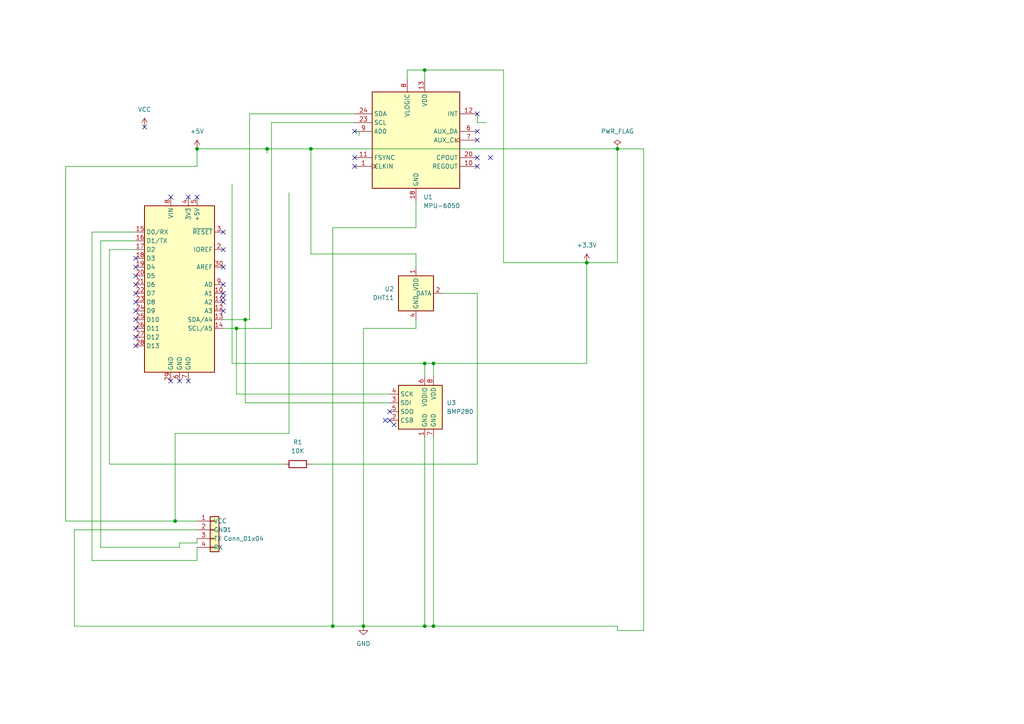
<source format=kicad_sch>
(kicad_sch (version 20250114) (generator "eeschema") (generator_version "9.0")
  (paper "A4")
  (title_block (title "IEEE TASK(Prajeet Varma Mudunuri)") (date "2025-12-19"))
  (lib_symbols
    (symbol "Connector_Generic:Conn_01x04" (pin_names (offset 1.016))
      (property "Reference" "J1" (at 2.54 0.0001 0))
      (property "Value" "Conn_01x04" (at 2.54 -2.5399 0))
      (symbol "Conn_01x04_1_1"
        (rectangle (start -1.27 3.81) (end 1.27 -6.35) (stroke (width 0.254)) (fill (type background)))
        (rectangle (start -1.27 2.667) (end 0 2.413) (stroke (width 0.1524)))
        (rectangle (start -1.27 0.127) (end 0 -0.127) (stroke (width 0.1524)))
        (rectangle (start -1.27 -2.413) (end 0 -2.667) (stroke (width 0.1524)))
        (rectangle (start -1.27 -4.953) (end 0 -5.207) (stroke (width 0.1524)))
        (pin passive line (at -5.08 2.54 0) (length 3.81) (name "VCC") (number "1"))
        (pin passive line (at -5.08 0 0) (length 3.81) (name "GND") (number "2"))
        (pin passive line (at -5.08 -2.54 0) (length 3.81) (name "TX") (number "3"))
        (pin passive line (at -5.08 -5.08 0) (length 3.81) (name "RX") (number "4"))
      )
    )
    (symbol "Device:R" (pin_numbers (hide yes)) (pin_names (offset 0))
      (property "Reference" "R1" (at -6.35 0 90))
      (property "Value" "10K" (at -3.81 0 90))
      (symbol "R_0_1"
        (rectangle (start -1.016 -2.54) (end 1.016 2.54) (stroke (width 0.254)))
      )
      (symbol "R_1_1"
        (pin passive line (at 0 3.81 270) (length 1.27) (name "~") (number "1"))
        (pin passive line (at 0 -3.81 90) (length 1.27) (name "~") (number "2"))
      )
    )
    (symbol "MCU_Module:Arduino_UNO_R2"
      (property "Reference" "A" (at -10.16 23.495 0))
      (property "Value" "Arduino_UNO_R2" (at 5.08 -26.67 0))
      (symbol "Arduino_UNO_R2_0_1"
        (rectangle (start -10.16 22.86) (end 10.16 -25.4) (stroke (width 0.254)) (fill (type background)))
      )
      (symbol "Arduino_UNO_R2_1_1"
        (pin bidirectional line (at -12.7 15.24 0) (length 2.54) (name "D0/RX") (number "15"))
        (pin bidirectional line (at -12.7 12.7 0) (length 2.54) (name "D1/TX") (number "16"))
        (pin bidirectional line (at -12.7 10.16 0) (length 2.54) (name "D2") (number "17"))
        (pin bidirectional line (at -12.7 7.62 0) (length 2.54) (name "D3") (number "18"))
        (pin bidirectional line (at -12.7 5.08 0) (length 2.54) (name "D4") (number "19"))
        (pin bidirectional line (at -12.7 2.54 0) (length 2.54) (name "D5") (number "20"))
        (pin bidirectional line (at -12.7 0 0) (length 2.54) (name "D6") (number "21"))
        (pin bidirectional line (at -12.7 -2.54 0) (length 2.54) (name "D7") (number "22"))
        (pin bidirectional line (at -12.7 -5.08 0) (length 2.54) (name "D8") (number "23"))
        (pin bidirectional line (at -12.7 -7.62 0) (length 2.54) (name "D9") (number "24"))
        (pin bidirectional line (at -12.7 -10.16 0) (length 2.54) (name "D10") (number "25"))
        (pin bidirectional line (at -12.7 -12.7 0) (length 2.54) (name "D11") (number "26"))
        (pin bidirectional line (at -12.7 -15.24 0) (length 2.54) (name "D12") (number "27"))
        (pin bidirectional line (at -12.7 -17.78 0) (length 2.54) (name "D13") (number "28"))
        (pin no_connect line (at -10.16 -20.32 0) (length 2.54) (hide yes) (name "NC") (number "1"))
        (pin power_in line (at -2.54 25.4 270) (length 2.54) (name "VIN") (number "8"))
        (pin power_in line (at -2.54 -27.94 90) (length 2.54) (name "GND") (number "29"))
        (pin power_in line (at 0 -27.94 90) (length 2.54) (name "GND") (number "6"))
        (pin power_out line (at 2.54 25.4 270) (length 2.54) (name "3V3") (number "4"))
        (pin power_in line (at 2.54 -27.94 90) (length 2.54) (name "GND") (number "7"))
        (pin power_out line (at 5.08 25.4 270) (length 2.54) (name "+5V") (number "5"))
        (pin input line (at 12.7 15.24 180) (length 2.54) (name "~{RESET}") (number "3"))
        (pin output line (at 12.7 10.16 180) (length 2.54) (name "IOREF") (number "2"))
        (pin input line (at 12.7 5.08 180) (length 2.54) (name "AREF") (number "30"))
        (pin bidirectional line (at 12.7 0 180) (length 2.54) (name "A0") (number "9"))
        (pin bidirectional line (at 12.7 -2.54 180) (length 2.54) (name "A1") (number "10"))
        (pin bidirectional line (at 12.7 -5.08 180) (length 2.54) (name "A2") (number "11"))
        (pin bidirectional line (at 12.7 -7.62 180) (length 2.54) (name "A3") (number "12"))
        (pin bidirectional line (at 12.7 -10.16 180) (length 2.54) (name "SDA/A4") (number "13"))
        (pin bidirectional line (at 12.7 -12.7 180) (length 2.54) (name "SCL/A5") (number "14"))
      )
    )
    (symbol "Sensor:DHT11"
      (property "Reference" "U" (at -3.81 6.35 0))
      (property "Value" "DHT11" (at 3.81 6.35 0))
      (symbol "DHT11_0_1"
        (rectangle (start -5.08 5.08) (end 5.08 -5.08) (stroke (width 0.254)) (fill (type background)))
      )
      (symbol "DHT11_1_1"
        (pin no_connect line (at -5.08 0 0) (length 2.54) (hide yes) (name "NC") (number "3"))
        (pin power_in line (at 0 7.62 270) (length 2.54) (name "VDD") (number "1"))
        (pin power_in line (at 0 -7.62 90) (length 2.54) (name "GND") (number "4"))
        (pin bidirectional line (at 7.62 0 180) (length 2.54) (name "DATA") (number "2"))
      )
    )
    (symbol "Sensor_Motion:MPU-6050"
      (property "Reference" "U" (at -11.43 13.97 0))
      (property "Value" "MPU-6050" (at 7.62 -15.24 0))
      (symbol "MPU-6050_0_1"
        (rectangle (start -12.7 13.97) (end 12.7 -13.97) (stroke (width 0.254)) (fill (type background)))
      )
      (symbol "MPU-6050_1_1"
        (pin bidirectional line (at -17.78 7.62 0) (length 5.08) (name "SDA") (number "24"))
        (pin input line (at -17.78 5.08 0) (length 5.08) (name "SCL") (number "23"))
        (pin input line (at -17.78 2.54 0) (length 5.08) (name "AD0") (number "9"))
        (pin input line (at -17.78 -5.08 0) (length 5.08) (name "FSYNC") (number "11"))
        (pin input clock (at -17.78 -7.62 0) (length 5.08) (name "CLKIN") (number "1"))
        (pin no_connect line (at -12.7 12.7 0) (length 2.54) (hide yes) (name "NC") (number "2"))
        (pin no_connect line (at -12.7 10.16 0) (length 2.54) (hide yes) (name "NC") (number "3"))
        (pin no_connect line (at -12.7 0 0) (length 2.54) (hide yes) (name "NC") (number "4"))
        (pin no_connect line (at -12.7 -2.54 0) (length 2.54) (hide yes) (name "NC") (number "5"))
        (pin no_connect line (at -12.7 -10.16 0) (length 2.54) (hide yes) (name "NC") (number "14"))
        (pin power_in line (at -2.54 17.78 270) (length 3.81) (name "VLOGIC") (number "8"))
        (pin power_in line (at 0 -17.78 90) (length 3.81) (name "GND") (number "18"))
        (pin power_in line (at 2.54 17.78 270) (length 3.81) (name "VDD") (number "13"))
        (pin no_connect line (at 12.7 12.7 180) (length 2.54) (hide yes) (name "NC") (number "15"))
        (pin no_connect line (at 12.7 10.16 180) (length 2.54) (hide yes) (name "NC") (number "16"))
        (pin no_connect line (at 12.7 5.08 180) (length 2.54) (hide yes) (name "NC") (number "17"))
        (pin no_connect line (at 12.7 -2.54 180) (length 2.54) (hide yes) (name "RESV") (number "21"))
        (pin no_connect line (at 12.7 -10.16 180) (length 2.54) (hide yes) (name "RESV") (number "19"))
        (pin no_connect line (at 12.7 -12.7 180) (length 2.54) (hide yes) (name "RESV") (number "22"))
        (pin output line (at 17.78 7.62 180) (length 5.08) (name "INT") (number "12"))
        (pin bidirectional line (at 17.78 2.54 180) (length 5.08) (name "AUX_DA") (number "6"))
        (pin output clock (at 17.78 0 180) (length 5.08) (name "AUX_CL") (number "7"))
        (pin passive line (at 17.78 -5.08 180) (length 5.08) (name "CPOUT") (number "20"))
        (pin passive line (at 17.78 -7.62 180) (length 5.08) (name "REGOUT") (number "10"))
      )
    )
    (symbol "Sensor_Pressure:BMP280"
      (property "Reference" "U" (at -7.62 10.16 0))
      (property "Value" "BMP280" (at 5.08 10.16 0))
      (symbol "BMP280_0_1"
        (rectangle (start -7.62 -5.08) (end 5.08 7.62) (stroke (width 0.254)) (fill (type background)))
      )
      (symbol "BMP280_1_1"
        (pin input line (at -10.16 5.08 0) (length 2.54) (name "SCK") (number "4"))
        (pin bidirectional line (at -10.16 2.54 0) (length 2.54) (name "SDI") (number "3"))
        (pin bidirectional line (at -10.16 0 0) (length 2.54) (name "SDO") (number "5"))
        (pin input line (at -10.16 -2.54 0) (length 2.54) (name "CSB") (number "2"))
        (pin power_in line (at 0 10.16 270) (length 2.54) (name "VDDIO") (number "6"))
        (pin power_in line (at 0 -7.62 90) (length 2.54) (name "GND") (number "1"))
        (pin power_in line (at 2.54 10.16 270) (length 2.54) (name "VDD") (number "8"))
        (pin power_in line (at 2.54 -7.62 90) (length 2.54) (name "GND") (number "7"))
      )
    )
    (symbol "power:+3.3V" (power) (pin_numbers (hide yes)) (pin_names (offset 0) (hide yes))
      (property "Value" "+3.3V" (at 0 3.556 0))
      (symbol "+3.3V_0_1"
        (polyline (pts (xy -0.762 1.27) (xy 0 2.54)))
        (polyline (pts (xy 0 2.54) (xy 0.762 1.27)))
        (polyline (pts (xy 0 0) (xy 0 2.54)))
      )
      (symbol "+3.3V_1_1"
        (pin power_in line (at 0 0 90) (length 0) (name "~") (number "1"))
      )
    )
    (symbol "power:+5V" (power) (pin_numbers (hide yes)) (pin_names (offset 0) (hide yes))
      (property "Value" "+5V" (at 0 3.556 0))
      (symbol "+5V_0_1"
        (polyline (pts (xy -0.762 1.27) (xy 0 2.54)))
        (polyline (pts (xy 0 2.54) (xy 0.762 1.27)))
        (polyline (pts (xy 0 0) (xy 0 2.54)))
      )
      (symbol "+5V_1_1"
        (pin power_in line (at 0 0 90) (length 0) (name "~") (number "1"))
      )
    )
    (symbol "power:GND" (power) (pin_numbers (hide yes)) (pin_names (offset 0) (hide yes))
      (property "Value" "GND" (at 0 -3.81 0))
      (symbol "GND_0_1"
        (polyline (pts (xy 0 0) (xy 0 -1.27) (xy 1.27 -1.27) (xy 0 -2.54) (xy -1.27 -1.27) (xy 0 -1.27)))
      )
      (symbol "GND_1_1"
        (pin power_in line (at 0 0 270) (length 0) (name "~") (number "1"))
      )
    )
    (symbol "power:PWR_FLAG" (power) (pin_numbers (hide yes)) (pin_names (offset 0) (hide yes))
      (property "Value" "PWR_FLAG" (at 0 3.81 0))
      (symbol "PWR_FLAG_0_0"
        (pin power_out line (at 0 0 90) (length 0) (name "~") (number "1"))
      )
      (symbol "PWR_FLAG_0_1"
        (polyline (pts (xy 0 0) (xy 0 1.27) (xy -1.016 1.905) (xy 0 2.54) (xy 1.016 1.905) (xy 0 1.27)))
      )
    )
    (symbol "power:VCC" (power) (pin_numbers (hide yes)) (pin_names (offset 0) (hide yes))
      (property "Value" "VCC" (at 0 3.556 0))
      (symbol "VCC_0_1"
        (polyline (pts (xy -0.762 1.27) (xy 0 2.54)))
        (polyline (pts (xy 0 2.54) (xy 0.762 1.27)))
        (polyline (pts (xy 0 0) (xy 0 2.54)))
      )
      (symbol "VCC_1_1"
        (pin power_in line (at 0 0 90) (length 0) (name "~") (number "1"))
      )
    )
  )
  (junction (at 90.17 43.18))
  (junction (at 123.19 105.41))
  (junction (at 50.8 151.13))
  (junction (at 105.41 181.61))
  (junction (at 77.47 43.18))
  (junction (at 125.73 105.41))
  (junction (at 71.12 92.71))
  (junction (at 123.19 181.61))
  (junction (at 125.73 181.61))
  (junction (at 179.07 43.18))
  (junction (at 68.58 95.25))
  (junction (at 123.19 20.32))
  (junction (at 170.18 76.2))
  (junction (at 96.52 181.61))
  (junction (at 57.15 43.18))
  (no_connect (at 39.37 90.17))
  (no_connect (at 138.43 33.02))
  (no_connect (at 39.37 77.47))
  (no_connect (at 39.37 95.25))
  (no_connect (at 138.43 40.64))
  (no_connect (at 52.07 110.49))
  (no_connect (at 64.77 72.39))
  (no_connect (at 138.43 38.1))
  (no_connect (at 138.43 45.72))
  (no_connect (at 113.03 119.38))
  (no_connect (at 64.77 77.47))
  (no_connect (at 49.53 57.15))
  (no_connect (at 57.15 57.15))
  (no_connect (at 113.03 121.92))
  (no_connect (at 102.87 45.72))
  (no_connect (at 64.77 82.55))
  (no_connect (at 64.77 86.36))
  (no_connect (at 54.61 110.49))
  (no_connect (at 39.37 80.01))
  (no_connect (at 142.24 45.72))
  (no_connect (at 49.53 110.49))
  (no_connect (at 39.37 87.63))
  (no_connect (at 64.77 90.17))
  (no_connect (at 41.91 36.83))
  (no_connect (at 138.43 48.26))
  (no_connect (at 39.37 85.09))
  (no_connect (at 39.37 100.33))
  (no_connect (at 39.37 74.93))
  (no_connect (at 39.37 82.55))
  (no_connect (at 64.77 87.63))
  (no_connect (at 39.37 97.79))
  (no_connect (at 64.77 67.31))
  (no_connect (at 111.76 121.92))
  (no_connect (at 114.3 123.19))
  (no_connect (at 102.87 38.1))
  (no_connect (at 54.61 57.15))
  (no_connect (at 64.77 85.09))
  (no_connect (at 102.87 48.26))
  (no_connect (at 39.37 92.71))
  (wire (pts (xy 120.65 92.71) (xy 120.65 95.25)))
  (wire (pts (xy 179.07 43.18) (xy 179.07 76.2)))
  (wire (pts (xy 29.21 158.75) (xy 52.07 158.75)))
  (wire (pts (xy 68.58 114.3) (xy 68.58 95.25)))
  (wire (pts (xy 21.59 181.61) (xy 96.52 181.61)))
  (wire (pts (xy 57.15 48.26) (xy 57.15 43.18)))
  (wire (pts (xy 52.07 158.75) (xy 52.07 157.48)))
  (wire (pts (xy 29.21 69.85) (xy 39.37 69.85)))
  (wire (pts (xy 146.05 20.32) (xy 123.19 20.32)))
  (wire (pts (xy 50.8 125.73) (xy 83.82 125.73)))
  (wire (pts (xy 52.07 157.48) (xy 57.15 157.48)))
  (wire (pts (xy 78.74 95.25) (xy 68.58 95.25)))
  (wire (pts (xy 123.19 181.61) (xy 125.73 181.61)))
  (wire (pts (xy 138.43 134.62) (xy 90.17 134.62)))
  (wire (pts (xy 113.03 114.3) (xy 68.58 114.3)))
  (wire (pts (xy 26.67 162.56) (xy 26.67 67.31)))
  (wire (pts (xy 21.59 153.67) (xy 21.59 181.61)))
  (wire (pts (xy 71.12 92.71) (xy 64.77 92.71)))
  (wire (pts (xy 186.69 43.18) (xy 186.69 182.88)))
  (wire (pts (xy 102.87 33.02) (xy 72.39 33.02)))
  (wire (pts (xy 19.05 48.26) (xy 57.15 48.26)))
  (wire (pts (xy 170.18 76.2) (xy 146.05 76.2)))
  (wire (pts (xy 68.58 95.25) (xy 64.77 95.25)))
  (wire (pts (xy 125.73 181.61) (xy 179.07 181.61)))
  (wire (pts (xy 138.43 35.56) (xy 138.43 33.02)))
  (wire (pts (xy 186.69 182.88) (xy 179.07 182.88)))
  (wire (pts (xy 105.41 181.61) (xy 123.19 181.61)))
  (wire (pts (xy 118.11 20.32) (xy 118.11 22.86)))
  (wire (pts (xy 72.39 92.71) (xy 71.12 92.71)))
  (wire (pts (xy 125.73 127) (xy 125.73 181.61)))
  (wire (pts (xy 146.05 76.2) (xy 146.05 20.32)))
  (wire (pts (xy 78.74 35.56) (xy 78.74 95.25)))
  (wire (pts (xy 90.17 43.18) (xy 90.17 73.66)))
  (wire (pts (xy 71.12 116.84) (xy 71.12 92.71)))
  (wire (pts (xy 128.27 85.09) (xy 138.43 85.09)))
  (wire (pts (xy 50.8 151.13) (xy 19.05 151.13)))
  (wire (pts (xy 120.65 66.04) (xy 96.52 66.04)))
  (wire (pts (xy 57.15 157.48) (xy 57.15 156.21)))
  (wire (pts (xy 179.07 43.18) (xy 186.69 43.18)))
  (wire (pts (xy 83.82 125.73) (xy 83.82 55.88)))
  (wire (pts (xy 179.07 182.88) (xy 179.07 181.61)))
  (wire (pts (xy 96.52 66.04) (xy 96.52 181.61)))
  (wire (pts (xy 170.18 105.41) (xy 125.73 105.41)))
  (wire (pts (xy 96.52 181.61) (xy 105.41 181.61)))
  (wire (pts (xy 31.75 134.62) (xy 31.75 72.39)))
  (wire (pts (xy 57.15 162.56) (xy 26.67 162.56)))
  (wire (pts (xy 104.14 38.1) (xy 104.14 39.37)))
  (wire (pts (xy 138.43 85.09) (xy 138.43 134.62)))
  (wire (pts (xy 90.17 43.18) (xy 179.07 43.18)))
  (wire (pts (xy 120.65 58.42) (xy 120.65 66.04)))
  (wire (pts (xy 57.15 43.18) (xy 77.47 43.18)))
  (wire (pts (xy 123.19 127) (xy 123.19 181.61)))
  (wire (pts (xy 57.15 158.75) (xy 57.15 162.56)))
  (wire (pts (xy 170.18 76.2) (xy 170.18 105.41)))
  (wire (pts (xy 77.47 44.45) (xy 77.47 43.18)))
  (wire (pts (xy 78.74 35.56) (xy 102.87 35.56)))
  (wire (pts (xy 31.75 72.39) (xy 39.37 72.39)))
  (wire (pts (xy 105.41 95.25) (xy 105.41 181.61)))
  (wire (pts (xy 67.31 105.41) (xy 67.31 53.34)))
  (wire (pts (xy 19.05 151.13) (xy 19.05 48.26)))
  (wire (pts (xy 140.97 35.56) (xy 138.43 35.56)))
  (wire (pts (xy 90.17 73.66) (xy 120.65 73.66)))
  (wire (pts (xy 123.19 20.32) (xy 118.11 20.32)))
  (wire (pts (xy 113.03 116.84) (xy 71.12 116.84)))
  (wire (pts (xy 120.65 95.25) (xy 105.41 95.25)))
  (wire (pts (xy 125.73 105.41) (xy 123.19 105.41)))
  (wire (pts (xy 123.19 105.41) (xy 67.31 105.41)))
  (wire (pts (xy 102.87 38.1) (xy 104.14 38.1)))
  (wire (pts (xy 123.19 105.41) (xy 123.19 109.22)))
  (wire (pts (xy 72.39 33.02) (xy 72.39 92.71)))
  (wire (pts (xy 179.07 76.2) (xy 170.18 76.2)))
  (wire (pts (xy 82.55 134.62) (xy 31.75 134.62)))
  (wire (pts (xy 57.15 153.67) (xy 21.59 153.67)))
  (wire (pts (xy 125.73 105.41) (xy 125.73 109.22)))
  (wire (pts (xy 29.21 69.85) (xy 29.21 158.75)))
  (wire (pts (xy 50.8 151.13) (xy 50.8 125.73)))
  (wire (pts (xy 26.67 67.31) (xy 39.37 67.31)))
  (wire (pts (xy 57.15 151.13) (xy 50.8 151.13)))
  (wire (pts (xy 120.65 73.66) (xy 120.65 77.47)))
  (wire (pts (xy 123.19 20.32) (xy 123.19 22.86)))
  (wire (pts (xy 77.47 43.18) (xy 90.17 43.18)))
  (symbol (lib_id "power:+3.3V") (at 170.18 76.2 0) (unit 1)
    (property "Reference" "#PWR02" (effects (hide yes)))
    (property "Value" "+3.3V" (at 170.18 71.12 0))
    (property "Description" "Power symbol creates a global label with name \"+3.3V\"" (effects (hide yes)))
  )
  (symbol (lib_id "Sensor_Pressure:BMP280") (at 123.19 119.38 0) (unit 1)
    (property "Reference" "U3" (at 129.54 116.8399 0) (effects (justify left)))
    (property "Value" "BMP280" (at 129.54 119.3799 0) (effects (justify left)))
    (property "Footprint" "Package_LGA:Bosch_LGA-8_2x2.5mm_P0.65mm_ClockwisePinNumbering" (effects (hide yes)))
    (property "Datasheet" "https://ae-bst.resource.bosch.com/media/_tech/media/datasheets/BST-BMP280-DS001.pdf" (effects (hide yes)))
    (property "Description" "Absolute Barometric Pressure Sensor, LGA-8" (effects (hide yes)))
  )
  (symbol (lib_id "power:PWR_FLAG") (at 179.07 43.18 0) (unit 1)
    (property "Reference" "#FLG01" (effects (hide yes)))
    (property "Value" "PWR_FLAG" (at 179.07 38.1 0))
    (property "Description" "Special symbol for telling ERC where power comes from" (effects (hide yes)))
  )
  (symbol (lib_id "MCU_Module:Arduino_UNO_R2") (at 52.07 82.55 0) (unit 1)
    (property "Reference" "A1" (effects (hide yes)))
    (property "Value" "Arduino_UNO_R2" (effects (hide yes)))
    (property "Footprint" "Module:Arduino_UNO_R2" (effects (hide yes)))
    (property "Datasheet" "https://www.arduino.cc/en/Main/arduinoBoardUno" (effects (hide yes)))
    (property "Description" "Arduino UNO Microcontroller Module, release 2" (effects (hide yes)))
  )
  (symbol (lib_id "Device:R") (at 86.36 134.62 270) (unit 1)
    (property "Reference" "R1" (at 86.36 128.27 90))
    (property "Value" "10K" (at 86.36 130.81 90))
    (property "Description" "Resistor" (effects (hide yes)))
  )
  (symbol (lib_id "Sensor:DHT11") (at 120.65 85.09 0) (unit 1)
    (property "Reference" "U2" (at 114.3 83.8199 0) (effects (justify right)))
    (property "Value" "DHT11" (at 114.3 86.3599 0) (effects (justify right)))
    (property "Footprint" "Sensor:Aosong_DHT11_5.5x12.0_P2.54mm" (effects (hide yes)))
    (property "Datasheet" "http://akizukidenshi.com/download/ds/aosong/DHT11.pdf" (effects (hide yes)))
    (property "Description" "3.3V to 5.5V, temperature and humidity module, DHT11" (effects (hide yes)))
  )
  (symbol (lib_id "Sensor_Motion:MPU-6050") (at 120.65 40.64 0) (unit 1)
    (property "Reference" "U1" (at 122.7933 57.15 0) (effects (justify left)))
    (property "Value" "MPU-6050" (at 122.7933 59.69 0) (effects (justify left)))
    (property "Footprint" "Sensor_Motion:InvenSense_QFN-24_4x4mm_P0.5mm" (effects (hide yes)))
    (property "Datasheet" "https://invensense.tdk.com/wp-content/uploads/2015/02/MPU-6000-Datasheet1.pdf" (effects (hide yes)))
    (property "Description" "InvenSense 6-Axis Motion Sensor, Gyroscope, Accelerometer, I2C" (effects (hide yes)))
  )
  (symbol (lib_id "Connector_Generic:Conn_01x04") (at 62.23 153.67 0) (unit 1)
    (property "Reference" "J1" (at 64.77 153.6699 0) (effects (justify left)))
    (property "Value" "Conn_01x04" (at 64.77 156.2099 0) (effects (justify left)))
    (property "Description" "Generic connector, single row, 01x04, script generated (kicad-library-utils/schlib/autogen/connector/)" (effects (hide yes)))
  )
  (symbol (lib_id "power:VCC") (at 41.91 36.83 0) (unit 1)
    (property "Reference" "#PWR01" (effects (hide yes)))
    (property "Value" "VCC" (at 41.91 31.75 0))
    (property "Description" "Power symbol creates a global label with name \"VCC\"" (effects (hide yes)))
  )
  (symbol (lib_id "power:+5V") (at 57.15 43.18 0) (unit 1)
    (property "Reference" "#PWR03" (effects (hide yes)))
    (property "Value" "+5V" (at 57.15 38.1 0))
    (property "Description" "Power symbol creates a global label with name \"+5V\"" (effects (hide yes)))
  )
  (symbol (lib_id "power:GND") (at 105.41 181.61 0) (unit 1)
    (property "Reference" "#PWR04" (effects (hide yes)))
    (property "Value" "GND" (at 105.41 186.69 0))
    (property "Description" "Power symbol creates a global label with name \"GND\" , ground" (effects (hide yes)))
  )
)
</source>
